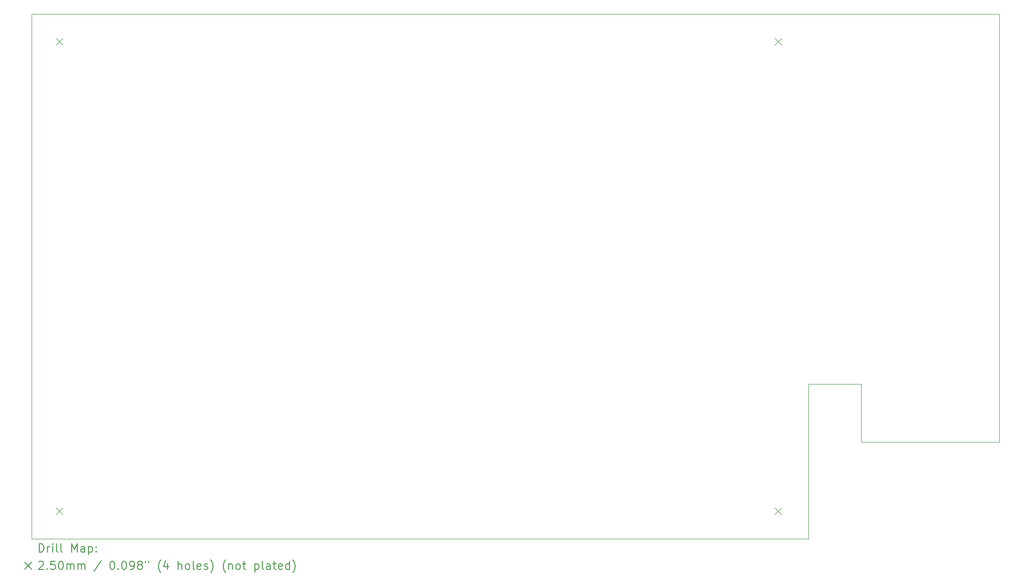
<source format=gbr>
%FSLAX45Y45*%
G04 Gerber Fmt 4.5, Leading zero omitted, Abs format (unit mm)*
G04 Created by KiCad (PCBNEW no-vcs-found-product) date Seg 25 Abr 2016 23:01:22 BRT*
%MOMM*%
G01*
G04 APERTURE LIST*
%ADD10C,0.127000*%
%ADD11C,0.150000*%
%ADD12C,0.200000*%
%ADD13C,0.300000*%
G04 APERTURE END LIST*
D10*
D11*
X31100000Y-22000000D02*
X3000000Y-22000000D01*
X33000000Y-18500000D02*
X38000000Y-18500000D01*
X33000000Y-16400000D02*
X33000000Y-18500000D01*
X31100000Y-16400000D02*
X33000000Y-16400000D01*
X31100000Y-22000000D02*
X31100000Y-16400000D01*
X38000000Y-3000000D02*
X3000000Y-3000000D01*
X38000000Y-18500000D02*
X38000000Y-3000000D01*
X3000000Y-3000000D02*
X3000000Y-22000000D01*
D12*
X3875000Y-3875000D02*
X4125000Y-4125000D01*
X4125000Y-3875000D02*
X3875000Y-4125000D01*
X3875000Y-20875000D02*
X4125000Y-21125000D01*
X4125000Y-20875000D02*
X3875000Y-21125000D01*
X29875000Y-3875000D02*
X30125000Y-4125000D01*
X30125000Y-3875000D02*
X29875000Y-4125000D01*
X29875000Y-20875000D02*
X30125000Y-21125000D01*
X30125000Y-20875000D02*
X29875000Y-21125000D01*
D13*
X3263928Y-22473214D02*
X3263928Y-22173214D01*
X3335357Y-22173214D01*
X3378214Y-22187500D01*
X3406786Y-22216072D01*
X3421071Y-22244643D01*
X3435357Y-22301786D01*
X3435357Y-22344643D01*
X3421071Y-22401786D01*
X3406786Y-22430357D01*
X3378214Y-22458929D01*
X3335357Y-22473214D01*
X3263928Y-22473214D01*
X3563928Y-22473214D02*
X3563928Y-22273214D01*
X3563928Y-22330357D02*
X3578214Y-22301786D01*
X3592500Y-22287500D01*
X3621071Y-22273214D01*
X3649643Y-22273214D01*
X3749643Y-22473214D02*
X3749643Y-22273214D01*
X3749643Y-22173214D02*
X3735357Y-22187500D01*
X3749643Y-22201786D01*
X3763928Y-22187500D01*
X3749643Y-22173214D01*
X3749643Y-22201786D01*
X3935357Y-22473214D02*
X3906786Y-22458929D01*
X3892500Y-22430357D01*
X3892500Y-22173214D01*
X4092500Y-22473214D02*
X4063928Y-22458929D01*
X4049643Y-22430357D01*
X4049643Y-22173214D01*
X4435357Y-22473214D02*
X4435357Y-22173214D01*
X4535357Y-22387500D01*
X4635357Y-22173214D01*
X4635357Y-22473214D01*
X4906786Y-22473214D02*
X4906786Y-22316072D01*
X4892500Y-22287500D01*
X4863928Y-22273214D01*
X4806786Y-22273214D01*
X4778214Y-22287500D01*
X4906786Y-22458929D02*
X4878214Y-22473214D01*
X4806786Y-22473214D01*
X4778214Y-22458929D01*
X4763928Y-22430357D01*
X4763928Y-22401786D01*
X4778214Y-22373214D01*
X4806786Y-22358929D01*
X4878214Y-22358929D01*
X4906786Y-22344643D01*
X5049643Y-22273214D02*
X5049643Y-22573214D01*
X5049643Y-22287500D02*
X5078214Y-22273214D01*
X5135357Y-22273214D01*
X5163928Y-22287500D01*
X5178214Y-22301786D01*
X5192500Y-22330357D01*
X5192500Y-22416071D01*
X5178214Y-22444643D01*
X5163928Y-22458929D01*
X5135357Y-22473214D01*
X5078214Y-22473214D01*
X5049643Y-22458929D01*
X5321071Y-22444643D02*
X5335357Y-22458929D01*
X5321071Y-22473214D01*
X5306786Y-22458929D01*
X5321071Y-22444643D01*
X5321071Y-22473214D01*
X5321071Y-22287500D02*
X5335357Y-22301786D01*
X5321071Y-22316072D01*
X5306786Y-22301786D01*
X5321071Y-22287500D01*
X5321071Y-22316072D01*
X2742500Y-22842500D02*
X2992500Y-23092500D01*
X2992500Y-22842500D02*
X2742500Y-23092500D01*
X3249643Y-22831786D02*
X3263928Y-22817500D01*
X3292500Y-22803214D01*
X3363928Y-22803214D01*
X3392500Y-22817500D01*
X3406786Y-22831786D01*
X3421071Y-22860357D01*
X3421071Y-22888929D01*
X3406786Y-22931786D01*
X3235357Y-23103214D01*
X3421071Y-23103214D01*
X3549643Y-23074643D02*
X3563928Y-23088929D01*
X3549643Y-23103214D01*
X3535357Y-23088929D01*
X3549643Y-23074643D01*
X3549643Y-23103214D01*
X3835357Y-22803214D02*
X3692500Y-22803214D01*
X3678214Y-22946071D01*
X3692500Y-22931786D01*
X3721071Y-22917500D01*
X3792500Y-22917500D01*
X3821071Y-22931786D01*
X3835357Y-22946071D01*
X3849643Y-22974643D01*
X3849643Y-23046071D01*
X3835357Y-23074643D01*
X3821071Y-23088929D01*
X3792500Y-23103214D01*
X3721071Y-23103214D01*
X3692500Y-23088929D01*
X3678214Y-23074643D01*
X4035357Y-22803214D02*
X4063928Y-22803214D01*
X4092500Y-22817500D01*
X4106786Y-22831786D01*
X4121071Y-22860357D01*
X4135357Y-22917500D01*
X4135357Y-22988929D01*
X4121071Y-23046071D01*
X4106786Y-23074643D01*
X4092500Y-23088929D01*
X4063928Y-23103214D01*
X4035357Y-23103214D01*
X4006786Y-23088929D01*
X3992500Y-23074643D01*
X3978214Y-23046071D01*
X3963928Y-22988929D01*
X3963928Y-22917500D01*
X3978214Y-22860357D01*
X3992500Y-22831786D01*
X4006786Y-22817500D01*
X4035357Y-22803214D01*
X4263928Y-23103214D02*
X4263928Y-22903214D01*
X4263928Y-22931786D02*
X4278214Y-22917500D01*
X4306786Y-22903214D01*
X4349643Y-22903214D01*
X4378214Y-22917500D01*
X4392500Y-22946071D01*
X4392500Y-23103214D01*
X4392500Y-22946071D02*
X4406786Y-22917500D01*
X4435357Y-22903214D01*
X4478214Y-22903214D01*
X4506786Y-22917500D01*
X4521071Y-22946071D01*
X4521071Y-23103214D01*
X4663928Y-23103214D02*
X4663928Y-22903214D01*
X4663928Y-22931786D02*
X4678214Y-22917500D01*
X4706786Y-22903214D01*
X4749643Y-22903214D01*
X4778214Y-22917500D01*
X4792500Y-22946071D01*
X4792500Y-23103214D01*
X4792500Y-22946071D02*
X4806786Y-22917500D01*
X4835357Y-22903214D01*
X4878214Y-22903214D01*
X4906786Y-22917500D01*
X4921071Y-22946071D01*
X4921071Y-23103214D01*
X5506786Y-22788929D02*
X5249643Y-23174643D01*
X5892500Y-22803214D02*
X5921071Y-22803214D01*
X5949643Y-22817500D01*
X5963928Y-22831786D01*
X5978214Y-22860357D01*
X5992500Y-22917500D01*
X5992500Y-22988929D01*
X5978214Y-23046071D01*
X5963928Y-23074643D01*
X5949643Y-23088929D01*
X5921071Y-23103214D01*
X5892500Y-23103214D01*
X5863928Y-23088929D01*
X5849643Y-23074643D01*
X5835357Y-23046071D01*
X5821071Y-22988929D01*
X5821071Y-22917500D01*
X5835357Y-22860357D01*
X5849643Y-22831786D01*
X5863928Y-22817500D01*
X5892500Y-22803214D01*
X6121071Y-23074643D02*
X6135357Y-23088929D01*
X6121071Y-23103214D01*
X6106786Y-23088929D01*
X6121071Y-23074643D01*
X6121071Y-23103214D01*
X6321071Y-22803214D02*
X6349643Y-22803214D01*
X6378214Y-22817500D01*
X6392500Y-22831786D01*
X6406786Y-22860357D01*
X6421071Y-22917500D01*
X6421071Y-22988929D01*
X6406786Y-23046071D01*
X6392500Y-23074643D01*
X6378214Y-23088929D01*
X6349643Y-23103214D01*
X6321071Y-23103214D01*
X6292500Y-23088929D01*
X6278214Y-23074643D01*
X6263928Y-23046071D01*
X6249643Y-22988929D01*
X6249643Y-22917500D01*
X6263928Y-22860357D01*
X6278214Y-22831786D01*
X6292500Y-22817500D01*
X6321071Y-22803214D01*
X6563928Y-23103214D02*
X6621071Y-23103214D01*
X6649643Y-23088929D01*
X6663928Y-23074643D01*
X6692500Y-23031786D01*
X6706786Y-22974643D01*
X6706786Y-22860357D01*
X6692500Y-22831786D01*
X6678214Y-22817500D01*
X6649643Y-22803214D01*
X6592500Y-22803214D01*
X6563928Y-22817500D01*
X6549643Y-22831786D01*
X6535357Y-22860357D01*
X6535357Y-22931786D01*
X6549643Y-22960357D01*
X6563928Y-22974643D01*
X6592500Y-22988929D01*
X6649643Y-22988929D01*
X6678214Y-22974643D01*
X6692500Y-22960357D01*
X6706786Y-22931786D01*
X6878214Y-22931786D02*
X6849643Y-22917500D01*
X6835357Y-22903214D01*
X6821071Y-22874643D01*
X6821071Y-22860357D01*
X6835357Y-22831786D01*
X6849643Y-22817500D01*
X6878214Y-22803214D01*
X6935357Y-22803214D01*
X6963928Y-22817500D01*
X6978214Y-22831786D01*
X6992500Y-22860357D01*
X6992500Y-22874643D01*
X6978214Y-22903214D01*
X6963928Y-22917500D01*
X6935357Y-22931786D01*
X6878214Y-22931786D01*
X6849643Y-22946071D01*
X6835357Y-22960357D01*
X6821071Y-22988929D01*
X6821071Y-23046071D01*
X6835357Y-23074643D01*
X6849643Y-23088929D01*
X6878214Y-23103214D01*
X6935357Y-23103214D01*
X6963928Y-23088929D01*
X6978214Y-23074643D01*
X6992500Y-23046071D01*
X6992500Y-22988929D01*
X6978214Y-22960357D01*
X6963928Y-22946071D01*
X6935357Y-22931786D01*
X7106786Y-22803214D02*
X7106786Y-22860357D01*
X7221071Y-22803214D02*
X7221071Y-22860357D01*
X7663928Y-23217500D02*
X7649643Y-23203214D01*
X7621071Y-23160357D01*
X7606786Y-23131786D01*
X7592500Y-23088929D01*
X7578214Y-23017500D01*
X7578214Y-22960357D01*
X7592500Y-22888929D01*
X7606786Y-22846071D01*
X7621071Y-22817500D01*
X7649643Y-22774643D01*
X7663928Y-22760357D01*
X7906786Y-22903214D02*
X7906786Y-23103214D01*
X7835357Y-22788929D02*
X7763928Y-23003214D01*
X7949643Y-23003214D01*
X8292500Y-23103214D02*
X8292500Y-22803214D01*
X8421071Y-23103214D02*
X8421071Y-22946071D01*
X8406786Y-22917500D01*
X8378214Y-22903214D01*
X8335357Y-22903214D01*
X8306786Y-22917500D01*
X8292500Y-22931786D01*
X8606786Y-23103214D02*
X8578214Y-23088929D01*
X8563928Y-23074643D01*
X8549643Y-23046071D01*
X8549643Y-22960357D01*
X8563928Y-22931786D01*
X8578214Y-22917500D01*
X8606786Y-22903214D01*
X8649643Y-22903214D01*
X8678214Y-22917500D01*
X8692500Y-22931786D01*
X8706786Y-22960357D01*
X8706786Y-23046071D01*
X8692500Y-23074643D01*
X8678214Y-23088929D01*
X8649643Y-23103214D01*
X8606786Y-23103214D01*
X8878214Y-23103214D02*
X8849643Y-23088929D01*
X8835357Y-23060357D01*
X8835357Y-22803214D01*
X9106786Y-23088929D02*
X9078214Y-23103214D01*
X9021071Y-23103214D01*
X8992500Y-23088929D01*
X8978214Y-23060357D01*
X8978214Y-22946071D01*
X8992500Y-22917500D01*
X9021071Y-22903214D01*
X9078214Y-22903214D01*
X9106786Y-22917500D01*
X9121071Y-22946071D01*
X9121071Y-22974643D01*
X8978214Y-23003214D01*
X9235357Y-23088929D02*
X9263928Y-23103214D01*
X9321071Y-23103214D01*
X9349643Y-23088929D01*
X9363928Y-23060357D01*
X9363928Y-23046071D01*
X9349643Y-23017500D01*
X9321071Y-23003214D01*
X9278214Y-23003214D01*
X9249643Y-22988929D01*
X9235357Y-22960357D01*
X9235357Y-22946071D01*
X9249643Y-22917500D01*
X9278214Y-22903214D01*
X9321071Y-22903214D01*
X9349643Y-22917500D01*
X9463928Y-23217500D02*
X9478214Y-23203214D01*
X9506786Y-23160357D01*
X9521071Y-23131786D01*
X9535357Y-23088929D01*
X9549643Y-23017500D01*
X9549643Y-22960357D01*
X9535357Y-22888929D01*
X9521071Y-22846071D01*
X9506786Y-22817500D01*
X9478214Y-22774643D01*
X9463928Y-22760357D01*
X10006786Y-23217500D02*
X9992500Y-23203214D01*
X9963928Y-23160357D01*
X9949643Y-23131786D01*
X9935357Y-23088929D01*
X9921071Y-23017500D01*
X9921071Y-22960357D01*
X9935357Y-22888929D01*
X9949643Y-22846071D01*
X9963928Y-22817500D01*
X9992500Y-22774643D01*
X10006786Y-22760357D01*
X10121071Y-22903214D02*
X10121071Y-23103214D01*
X10121071Y-22931786D02*
X10135357Y-22917500D01*
X10163928Y-22903214D01*
X10206786Y-22903214D01*
X10235357Y-22917500D01*
X10249643Y-22946071D01*
X10249643Y-23103214D01*
X10435357Y-23103214D02*
X10406786Y-23088929D01*
X10392500Y-23074643D01*
X10378214Y-23046071D01*
X10378214Y-22960357D01*
X10392500Y-22931786D01*
X10406786Y-22917500D01*
X10435357Y-22903214D01*
X10478214Y-22903214D01*
X10506786Y-22917500D01*
X10521071Y-22931786D01*
X10535357Y-22960357D01*
X10535357Y-23046071D01*
X10521071Y-23074643D01*
X10506786Y-23088929D01*
X10478214Y-23103214D01*
X10435357Y-23103214D01*
X10621071Y-22903214D02*
X10735357Y-22903214D01*
X10663928Y-22803214D02*
X10663928Y-23060357D01*
X10678214Y-23088929D01*
X10706786Y-23103214D01*
X10735357Y-23103214D01*
X11063928Y-22903214D02*
X11063928Y-23203214D01*
X11063928Y-22917500D02*
X11092500Y-22903214D01*
X11149643Y-22903214D01*
X11178214Y-22917500D01*
X11192500Y-22931786D01*
X11206786Y-22960357D01*
X11206786Y-23046071D01*
X11192500Y-23074643D01*
X11178214Y-23088929D01*
X11149643Y-23103214D01*
X11092500Y-23103214D01*
X11063928Y-23088929D01*
X11378214Y-23103214D02*
X11349643Y-23088929D01*
X11335357Y-23060357D01*
X11335357Y-22803214D01*
X11621071Y-23103214D02*
X11621071Y-22946071D01*
X11606786Y-22917500D01*
X11578214Y-22903214D01*
X11521071Y-22903214D01*
X11492500Y-22917500D01*
X11621071Y-23088929D02*
X11592500Y-23103214D01*
X11521071Y-23103214D01*
X11492500Y-23088929D01*
X11478214Y-23060357D01*
X11478214Y-23031786D01*
X11492500Y-23003214D01*
X11521071Y-22988929D01*
X11592500Y-22988929D01*
X11621071Y-22974643D01*
X11721071Y-22903214D02*
X11835357Y-22903214D01*
X11763928Y-22803214D02*
X11763928Y-23060357D01*
X11778214Y-23088929D01*
X11806786Y-23103214D01*
X11835357Y-23103214D01*
X12049643Y-23088929D02*
X12021071Y-23103214D01*
X11963928Y-23103214D01*
X11935357Y-23088929D01*
X11921071Y-23060357D01*
X11921071Y-22946071D01*
X11935357Y-22917500D01*
X11963928Y-22903214D01*
X12021071Y-22903214D01*
X12049643Y-22917500D01*
X12063928Y-22946071D01*
X12063928Y-22974643D01*
X11921071Y-23003214D01*
X12321071Y-23103214D02*
X12321071Y-22803214D01*
X12321071Y-23088929D02*
X12292500Y-23103214D01*
X12235357Y-23103214D01*
X12206786Y-23088929D01*
X12192500Y-23074643D01*
X12178214Y-23046071D01*
X12178214Y-22960357D01*
X12192500Y-22931786D01*
X12206786Y-22917500D01*
X12235357Y-22903214D01*
X12292500Y-22903214D01*
X12321071Y-22917500D01*
X12435357Y-23217500D02*
X12449643Y-23203214D01*
X12478214Y-23160357D01*
X12492500Y-23131786D01*
X12506786Y-23088929D01*
X12521071Y-23017500D01*
X12521071Y-22960357D01*
X12506786Y-22888929D01*
X12492500Y-22846071D01*
X12478214Y-22817500D01*
X12449643Y-22774643D01*
X12435357Y-22760357D01*
M02*

</source>
